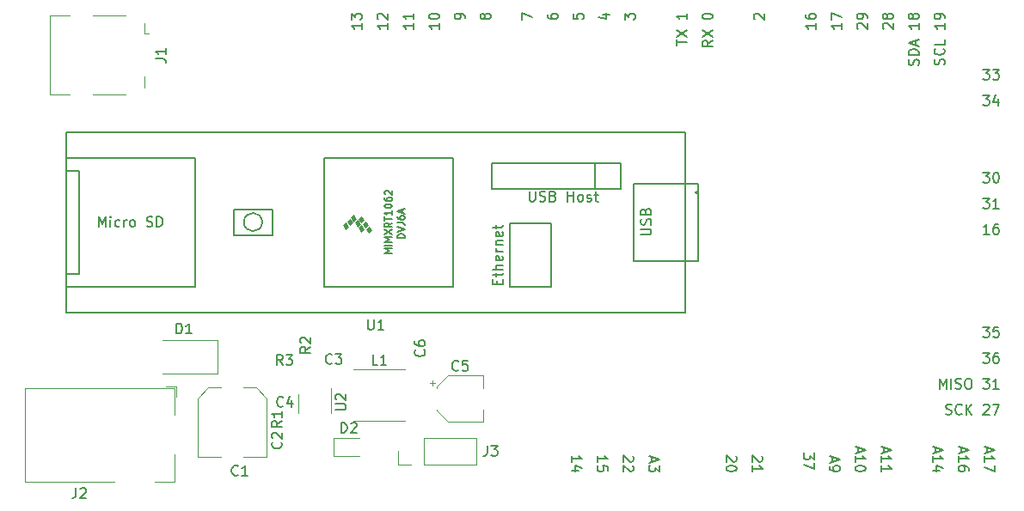
<source format=gbr>
G04 #@! TF.GenerationSoftware,KiCad,Pcbnew,(5.1.5)-3*
G04 #@! TF.CreationDate,2020-10-16T19:19:18-07:00*
G04 #@! TF.ProjectId,teensy4_ramps,7465656e-7379-4345-9f72-616d70732e6b,rev?*
G04 #@! TF.SameCoordinates,Original*
G04 #@! TF.FileFunction,Legend,Top*
G04 #@! TF.FilePolarity,Positive*
%FSLAX46Y46*%
G04 Gerber Fmt 4.6, Leading zero omitted, Abs format (unit mm)*
G04 Created by KiCad (PCBNEW (5.1.5)-3) date 2020-10-16 19:19:18*
%MOMM*%
%LPD*%
G04 APERTURE LIST*
%ADD10C,0.150000*%
%ADD11C,0.120000*%
%ADD12C,0.100000*%
G04 APERTURE END LIST*
D10*
X151693619Y-99089642D02*
X151693619Y-98518214D01*
X151693619Y-98803928D02*
X152693619Y-98803928D01*
X152550761Y-98708690D01*
X152455523Y-98613452D01*
X152407904Y-98518214D01*
X152360285Y-99946785D02*
X151693619Y-99946785D01*
X152741238Y-99708690D02*
X152026952Y-99470595D01*
X152026952Y-100089642D01*
X154233619Y-99089642D02*
X154233619Y-98518214D01*
X154233619Y-98803928D02*
X155233619Y-98803928D01*
X155090761Y-98708690D01*
X154995523Y-98613452D01*
X154947904Y-98518214D01*
X155233619Y-99994404D02*
X155233619Y-99518214D01*
X154757428Y-99470595D01*
X154805047Y-99518214D01*
X154852666Y-99613452D01*
X154852666Y-99851547D01*
X154805047Y-99946785D01*
X154757428Y-99994404D01*
X154662190Y-100042023D01*
X154424095Y-100042023D01*
X154328857Y-99994404D01*
X154281238Y-99946785D01*
X154233619Y-99851547D01*
X154233619Y-99613452D01*
X154281238Y-99518214D01*
X154328857Y-99470595D01*
X157678380Y-98518214D02*
X157726000Y-98565833D01*
X157773619Y-98661071D01*
X157773619Y-98899166D01*
X157726000Y-98994404D01*
X157678380Y-99042023D01*
X157583142Y-99089642D01*
X157487904Y-99089642D01*
X157345047Y-99042023D01*
X156773619Y-98470595D01*
X156773619Y-99089642D01*
X157678380Y-99470595D02*
X157726000Y-99518214D01*
X157773619Y-99613452D01*
X157773619Y-99851547D01*
X157726000Y-99946785D01*
X157678380Y-99994404D01*
X157583142Y-100042023D01*
X157487904Y-100042023D01*
X157345047Y-99994404D01*
X156773619Y-99422976D01*
X156773619Y-100042023D01*
X159599333Y-98613452D02*
X159599333Y-99089642D01*
X159313619Y-98518214D02*
X160313619Y-98851547D01*
X159313619Y-99184880D01*
X160313619Y-99422976D02*
X160313619Y-100042023D01*
X159932666Y-99708690D01*
X159932666Y-99851547D01*
X159885047Y-99946785D01*
X159837428Y-99994404D01*
X159742190Y-100042023D01*
X159504095Y-100042023D01*
X159408857Y-99994404D01*
X159361238Y-99946785D01*
X159313619Y-99851547D01*
X159313619Y-99565833D01*
X159361238Y-99470595D01*
X159408857Y-99422976D01*
X167838380Y-98518214D02*
X167886000Y-98565833D01*
X167933619Y-98661071D01*
X167933619Y-98899166D01*
X167886000Y-98994404D01*
X167838380Y-99042023D01*
X167743142Y-99089642D01*
X167647904Y-99089642D01*
X167505047Y-99042023D01*
X166933619Y-98470595D01*
X166933619Y-99089642D01*
X167933619Y-99708690D02*
X167933619Y-99803928D01*
X167886000Y-99899166D01*
X167838380Y-99946785D01*
X167743142Y-99994404D01*
X167552666Y-100042023D01*
X167314571Y-100042023D01*
X167124095Y-99994404D01*
X167028857Y-99946785D01*
X166981238Y-99899166D01*
X166933619Y-99803928D01*
X166933619Y-99708690D01*
X166981238Y-99613452D01*
X167028857Y-99565833D01*
X167124095Y-99518214D01*
X167314571Y-99470595D01*
X167552666Y-99470595D01*
X167743142Y-99518214D01*
X167838380Y-99565833D01*
X167886000Y-99613452D01*
X167933619Y-99708690D01*
X170378380Y-98518214D02*
X170426000Y-98565833D01*
X170473619Y-98661071D01*
X170473619Y-98899166D01*
X170426000Y-98994404D01*
X170378380Y-99042023D01*
X170283142Y-99089642D01*
X170187904Y-99089642D01*
X170045047Y-99042023D01*
X169473619Y-98470595D01*
X169473619Y-99089642D01*
X169473619Y-100042023D02*
X169473619Y-99470595D01*
X169473619Y-99756309D02*
X170473619Y-99756309D01*
X170330761Y-99661071D01*
X170235523Y-99565833D01*
X170187904Y-99470595D01*
X175553619Y-98216595D02*
X175553619Y-98835642D01*
X175172666Y-98502309D01*
X175172666Y-98645166D01*
X175125047Y-98740404D01*
X175077428Y-98788023D01*
X174982190Y-98835642D01*
X174744095Y-98835642D01*
X174648857Y-98788023D01*
X174601238Y-98740404D01*
X174553619Y-98645166D01*
X174553619Y-98359452D01*
X174601238Y-98264214D01*
X174648857Y-98216595D01*
X175553619Y-99168976D02*
X175553619Y-99835642D01*
X174553619Y-99407071D01*
X177379333Y-98613452D02*
X177379333Y-99089642D01*
X177093619Y-98518214D02*
X178093619Y-98851547D01*
X177093619Y-99184880D01*
X177093619Y-99565833D02*
X177093619Y-99756309D01*
X177141238Y-99851547D01*
X177188857Y-99899166D01*
X177331714Y-99994404D01*
X177522190Y-100042023D01*
X177903142Y-100042023D01*
X177998380Y-99994404D01*
X178046000Y-99946785D01*
X178093619Y-99851547D01*
X178093619Y-99661071D01*
X178046000Y-99565833D01*
X177998380Y-99518214D01*
X177903142Y-99470595D01*
X177665047Y-99470595D01*
X177569809Y-99518214D01*
X177522190Y-99565833D01*
X177474571Y-99661071D01*
X177474571Y-99851547D01*
X177522190Y-99946785D01*
X177569809Y-99994404D01*
X177665047Y-100042023D01*
X179919333Y-97661071D02*
X179919333Y-98137261D01*
X179633619Y-97565833D02*
X180633619Y-97899166D01*
X179633619Y-98232500D01*
X179633619Y-99089642D02*
X179633619Y-98518214D01*
X179633619Y-98803928D02*
X180633619Y-98803928D01*
X180490761Y-98708690D01*
X180395523Y-98613452D01*
X180347904Y-98518214D01*
X180633619Y-99708690D02*
X180633619Y-99803928D01*
X180586000Y-99899166D01*
X180538380Y-99946785D01*
X180443142Y-99994404D01*
X180252666Y-100042023D01*
X180014571Y-100042023D01*
X179824095Y-99994404D01*
X179728857Y-99946785D01*
X179681238Y-99899166D01*
X179633619Y-99803928D01*
X179633619Y-99708690D01*
X179681238Y-99613452D01*
X179728857Y-99565833D01*
X179824095Y-99518214D01*
X180014571Y-99470595D01*
X180252666Y-99470595D01*
X180443142Y-99518214D01*
X180538380Y-99565833D01*
X180586000Y-99613452D01*
X180633619Y-99708690D01*
X182459333Y-97661071D02*
X182459333Y-98137261D01*
X182173619Y-97565833D02*
X183173619Y-97899166D01*
X182173619Y-98232500D01*
X182173619Y-99089642D02*
X182173619Y-98518214D01*
X182173619Y-98803928D02*
X183173619Y-98803928D01*
X183030761Y-98708690D01*
X182935523Y-98613452D01*
X182887904Y-98518214D01*
X182173619Y-100042023D02*
X182173619Y-99470595D01*
X182173619Y-99756309D02*
X183173619Y-99756309D01*
X183030761Y-99661071D01*
X182935523Y-99565833D01*
X182887904Y-99470595D01*
X187539333Y-97661071D02*
X187539333Y-98137261D01*
X187253619Y-97565833D02*
X188253619Y-97899166D01*
X187253619Y-98232500D01*
X187253619Y-99089642D02*
X187253619Y-98518214D01*
X187253619Y-98803928D02*
X188253619Y-98803928D01*
X188110761Y-98708690D01*
X188015523Y-98613452D01*
X187967904Y-98518214D01*
X187920285Y-99946785D02*
X187253619Y-99946785D01*
X188301238Y-99708690D02*
X187586952Y-99470595D01*
X187586952Y-100089642D01*
X190079333Y-97661071D02*
X190079333Y-98137261D01*
X189793619Y-97565833D02*
X190793619Y-97899166D01*
X189793619Y-98232500D01*
X189793619Y-99089642D02*
X189793619Y-98518214D01*
X189793619Y-98803928D02*
X190793619Y-98803928D01*
X190650761Y-98708690D01*
X190555523Y-98613452D01*
X190507904Y-98518214D01*
X190793619Y-99946785D02*
X190793619Y-99756309D01*
X190746000Y-99661071D01*
X190698380Y-99613452D01*
X190555523Y-99518214D01*
X190365047Y-99470595D01*
X189984095Y-99470595D01*
X189888857Y-99518214D01*
X189841238Y-99565833D01*
X189793619Y-99661071D01*
X189793619Y-99851547D01*
X189841238Y-99946785D01*
X189888857Y-99994404D01*
X189984095Y-100042023D01*
X190222190Y-100042023D01*
X190317428Y-99994404D01*
X190365047Y-99946785D01*
X190412666Y-99851547D01*
X190412666Y-99661071D01*
X190365047Y-99565833D01*
X190317428Y-99518214D01*
X190222190Y-99470595D01*
X192619333Y-97661071D02*
X192619333Y-98137261D01*
X192333619Y-97565833D02*
X193333619Y-97899166D01*
X192333619Y-98232500D01*
X192333619Y-99089642D02*
X192333619Y-98518214D01*
X192333619Y-98803928D02*
X193333619Y-98803928D01*
X193190761Y-98708690D01*
X193095523Y-98613452D01*
X193047904Y-98518214D01*
X193333619Y-99422976D02*
X193333619Y-100089642D01*
X192333619Y-99661071D01*
X188529928Y-94384761D02*
X188672785Y-94432380D01*
X188910880Y-94432380D01*
X189006119Y-94384761D01*
X189053738Y-94337142D01*
X189101357Y-94241904D01*
X189101357Y-94146666D01*
X189053738Y-94051428D01*
X189006119Y-94003809D01*
X188910880Y-93956190D01*
X188720404Y-93908571D01*
X188625166Y-93860952D01*
X188577547Y-93813333D01*
X188529928Y-93718095D01*
X188529928Y-93622857D01*
X188577547Y-93527619D01*
X188625166Y-93480000D01*
X188720404Y-93432380D01*
X188958500Y-93432380D01*
X189101357Y-93480000D01*
X190101357Y-94337142D02*
X190053738Y-94384761D01*
X189910880Y-94432380D01*
X189815642Y-94432380D01*
X189672785Y-94384761D01*
X189577547Y-94289523D01*
X189529928Y-94194285D01*
X189482309Y-94003809D01*
X189482309Y-93860952D01*
X189529928Y-93670476D01*
X189577547Y-93575238D01*
X189672785Y-93480000D01*
X189815642Y-93432380D01*
X189910880Y-93432380D01*
X190053738Y-93480000D01*
X190101357Y-93527619D01*
X190529928Y-94432380D02*
X190529928Y-93432380D01*
X191101357Y-94432380D02*
X190672785Y-93860952D01*
X191101357Y-93432380D02*
X190529928Y-94003809D01*
X192244214Y-93527619D02*
X192291833Y-93480000D01*
X192387071Y-93432380D01*
X192625166Y-93432380D01*
X192720404Y-93480000D01*
X192768023Y-93527619D01*
X192815642Y-93622857D01*
X192815642Y-93718095D01*
X192768023Y-93860952D01*
X192196595Y-94432380D01*
X192815642Y-94432380D01*
X193148976Y-93432380D02*
X193815642Y-93432380D01*
X193387071Y-94432380D01*
X187910880Y-91892380D02*
X187910880Y-90892380D01*
X188244214Y-91606666D01*
X188577547Y-90892380D01*
X188577547Y-91892380D01*
X189053738Y-91892380D02*
X189053738Y-90892380D01*
X189482309Y-91844761D02*
X189625166Y-91892380D01*
X189863261Y-91892380D01*
X189958500Y-91844761D01*
X190006119Y-91797142D01*
X190053738Y-91701904D01*
X190053738Y-91606666D01*
X190006119Y-91511428D01*
X189958500Y-91463809D01*
X189863261Y-91416190D01*
X189672785Y-91368571D01*
X189577547Y-91320952D01*
X189529928Y-91273333D01*
X189482309Y-91178095D01*
X189482309Y-91082857D01*
X189529928Y-90987619D01*
X189577547Y-90940000D01*
X189672785Y-90892380D01*
X189910880Y-90892380D01*
X190053738Y-90940000D01*
X190672785Y-90892380D02*
X190863261Y-90892380D01*
X190958500Y-90940000D01*
X191053738Y-91035238D01*
X191101357Y-91225714D01*
X191101357Y-91559047D01*
X191053738Y-91749523D01*
X190958500Y-91844761D01*
X190863261Y-91892380D01*
X190672785Y-91892380D01*
X190577547Y-91844761D01*
X190482309Y-91749523D01*
X190434690Y-91559047D01*
X190434690Y-91225714D01*
X190482309Y-91035238D01*
X190577547Y-90940000D01*
X190672785Y-90892380D01*
X192196595Y-90892380D02*
X192815642Y-90892380D01*
X192482309Y-91273333D01*
X192625166Y-91273333D01*
X192720404Y-91320952D01*
X192768023Y-91368571D01*
X192815642Y-91463809D01*
X192815642Y-91701904D01*
X192768023Y-91797142D01*
X192720404Y-91844761D01*
X192625166Y-91892380D01*
X192339452Y-91892380D01*
X192244214Y-91844761D01*
X192196595Y-91797142D01*
X193768023Y-91892380D02*
X193196595Y-91892380D01*
X193482309Y-91892380D02*
X193482309Y-90892380D01*
X193387071Y-91035238D01*
X193291833Y-91130476D01*
X193196595Y-91178095D01*
X192196595Y-88352380D02*
X192815642Y-88352380D01*
X192482309Y-88733333D01*
X192625166Y-88733333D01*
X192720404Y-88780952D01*
X192768023Y-88828571D01*
X192815642Y-88923809D01*
X192815642Y-89161904D01*
X192768023Y-89257142D01*
X192720404Y-89304761D01*
X192625166Y-89352380D01*
X192339452Y-89352380D01*
X192244214Y-89304761D01*
X192196595Y-89257142D01*
X193672785Y-88352380D02*
X193482309Y-88352380D01*
X193387071Y-88400000D01*
X193339452Y-88447619D01*
X193244214Y-88590476D01*
X193196595Y-88780952D01*
X193196595Y-89161904D01*
X193244214Y-89257142D01*
X193291833Y-89304761D01*
X193387071Y-89352380D01*
X193577547Y-89352380D01*
X193672785Y-89304761D01*
X193720404Y-89257142D01*
X193768023Y-89161904D01*
X193768023Y-88923809D01*
X193720404Y-88828571D01*
X193672785Y-88780952D01*
X193577547Y-88733333D01*
X193387071Y-88733333D01*
X193291833Y-88780952D01*
X193244214Y-88828571D01*
X193196595Y-88923809D01*
X192196595Y-85812380D02*
X192815642Y-85812380D01*
X192482309Y-86193333D01*
X192625166Y-86193333D01*
X192720404Y-86240952D01*
X192768023Y-86288571D01*
X192815642Y-86383809D01*
X192815642Y-86621904D01*
X192768023Y-86717142D01*
X192720404Y-86764761D01*
X192625166Y-86812380D01*
X192339452Y-86812380D01*
X192244214Y-86764761D01*
X192196595Y-86717142D01*
X193720404Y-85812380D02*
X193244214Y-85812380D01*
X193196595Y-86288571D01*
X193244214Y-86240952D01*
X193339452Y-86193333D01*
X193577547Y-86193333D01*
X193672785Y-86240952D01*
X193720404Y-86288571D01*
X193768023Y-86383809D01*
X193768023Y-86621904D01*
X193720404Y-86717142D01*
X193672785Y-86764761D01*
X193577547Y-86812380D01*
X193339452Y-86812380D01*
X193244214Y-86764761D01*
X193196595Y-86717142D01*
X192815642Y-76652380D02*
X192244214Y-76652380D01*
X192529928Y-76652380D02*
X192529928Y-75652380D01*
X192434690Y-75795238D01*
X192339452Y-75890476D01*
X192244214Y-75938095D01*
X193672785Y-75652380D02*
X193482309Y-75652380D01*
X193387071Y-75700000D01*
X193339452Y-75747619D01*
X193244214Y-75890476D01*
X193196595Y-76080952D01*
X193196595Y-76461904D01*
X193244214Y-76557142D01*
X193291833Y-76604761D01*
X193387071Y-76652380D01*
X193577547Y-76652380D01*
X193672785Y-76604761D01*
X193720404Y-76557142D01*
X193768023Y-76461904D01*
X193768023Y-76223809D01*
X193720404Y-76128571D01*
X193672785Y-76080952D01*
X193577547Y-76033333D01*
X193387071Y-76033333D01*
X193291833Y-76080952D01*
X193244214Y-76128571D01*
X193196595Y-76223809D01*
X192196595Y-73112380D02*
X192815642Y-73112380D01*
X192482309Y-73493333D01*
X192625166Y-73493333D01*
X192720404Y-73540952D01*
X192768023Y-73588571D01*
X192815642Y-73683809D01*
X192815642Y-73921904D01*
X192768023Y-74017142D01*
X192720404Y-74064761D01*
X192625166Y-74112380D01*
X192339452Y-74112380D01*
X192244214Y-74064761D01*
X192196595Y-74017142D01*
X193768023Y-74112380D02*
X193196595Y-74112380D01*
X193482309Y-74112380D02*
X193482309Y-73112380D01*
X193387071Y-73255238D01*
X193291833Y-73350476D01*
X193196595Y-73398095D01*
X192196595Y-70572380D02*
X192815642Y-70572380D01*
X192482309Y-70953333D01*
X192625166Y-70953333D01*
X192720404Y-71000952D01*
X192768023Y-71048571D01*
X192815642Y-71143809D01*
X192815642Y-71381904D01*
X192768023Y-71477142D01*
X192720404Y-71524761D01*
X192625166Y-71572380D01*
X192339452Y-71572380D01*
X192244214Y-71524761D01*
X192196595Y-71477142D01*
X193434690Y-70572380D02*
X193529928Y-70572380D01*
X193625166Y-70620000D01*
X193672785Y-70667619D01*
X193720404Y-70762857D01*
X193768023Y-70953333D01*
X193768023Y-71191428D01*
X193720404Y-71381904D01*
X193672785Y-71477142D01*
X193625166Y-71524761D01*
X193529928Y-71572380D01*
X193434690Y-71572380D01*
X193339452Y-71524761D01*
X193291833Y-71477142D01*
X193244214Y-71381904D01*
X193196595Y-71191428D01*
X193196595Y-70953333D01*
X193244214Y-70762857D01*
X193291833Y-70667619D01*
X193339452Y-70620000D01*
X193434690Y-70572380D01*
X192196595Y-62952380D02*
X192815642Y-62952380D01*
X192482309Y-63333333D01*
X192625166Y-63333333D01*
X192720404Y-63380952D01*
X192768023Y-63428571D01*
X192815642Y-63523809D01*
X192815642Y-63761904D01*
X192768023Y-63857142D01*
X192720404Y-63904761D01*
X192625166Y-63952380D01*
X192339452Y-63952380D01*
X192244214Y-63904761D01*
X192196595Y-63857142D01*
X193672785Y-63285714D02*
X193672785Y-63952380D01*
X193434690Y-62904761D02*
X193196595Y-63619047D01*
X193815642Y-63619047D01*
X192196595Y-60412380D02*
X192815642Y-60412380D01*
X192482309Y-60793333D01*
X192625166Y-60793333D01*
X192720404Y-60840952D01*
X192768023Y-60888571D01*
X192815642Y-60983809D01*
X192815642Y-61221904D01*
X192768023Y-61317142D01*
X192720404Y-61364761D01*
X192625166Y-61412380D01*
X192339452Y-61412380D01*
X192244214Y-61364761D01*
X192196595Y-61317142D01*
X193148976Y-60412380D02*
X193768023Y-60412380D01*
X193434690Y-60793333D01*
X193577547Y-60793333D01*
X193672785Y-60840952D01*
X193720404Y-60888571D01*
X193768023Y-60983809D01*
X193768023Y-61221904D01*
X193720404Y-61317142D01*
X193672785Y-61364761D01*
X193577547Y-61412380D01*
X193291833Y-61412380D01*
X193196595Y-61364761D01*
X193148976Y-61317142D01*
X169727619Y-55469404D02*
X169680000Y-55421785D01*
X169632380Y-55326547D01*
X169632380Y-55088452D01*
X169680000Y-54993214D01*
X169727619Y-54945595D01*
X169822857Y-54897976D01*
X169918095Y-54897976D01*
X170060952Y-54945595D01*
X170632380Y-55517023D01*
X170632380Y-54897976D01*
X175712380Y-55850357D02*
X175712380Y-56421785D01*
X175712380Y-56136071D02*
X174712380Y-56136071D01*
X174855238Y-56231309D01*
X174950476Y-56326547D01*
X174998095Y-56421785D01*
X174712380Y-54993214D02*
X174712380Y-55183690D01*
X174760000Y-55278928D01*
X174807619Y-55326547D01*
X174950476Y-55421785D01*
X175140952Y-55469404D01*
X175521904Y-55469404D01*
X175617142Y-55421785D01*
X175664761Y-55374166D01*
X175712380Y-55278928D01*
X175712380Y-55088452D01*
X175664761Y-54993214D01*
X175617142Y-54945595D01*
X175521904Y-54897976D01*
X175283809Y-54897976D01*
X175188571Y-54945595D01*
X175140952Y-54993214D01*
X175093333Y-55088452D01*
X175093333Y-55278928D01*
X175140952Y-55374166D01*
X175188571Y-55421785D01*
X175283809Y-55469404D01*
X178252380Y-55850357D02*
X178252380Y-56421785D01*
X178252380Y-56136071D02*
X177252380Y-56136071D01*
X177395238Y-56231309D01*
X177490476Y-56326547D01*
X177538095Y-56421785D01*
X177252380Y-55517023D02*
X177252380Y-54850357D01*
X178252380Y-55278928D01*
X179887619Y-56421785D02*
X179840000Y-56374166D01*
X179792380Y-56278928D01*
X179792380Y-56040833D01*
X179840000Y-55945595D01*
X179887619Y-55897976D01*
X179982857Y-55850357D01*
X180078095Y-55850357D01*
X180220952Y-55897976D01*
X180792380Y-56469404D01*
X180792380Y-55850357D01*
X180792380Y-55374166D02*
X180792380Y-55183690D01*
X180744761Y-55088452D01*
X180697142Y-55040833D01*
X180554285Y-54945595D01*
X180363809Y-54897976D01*
X179982857Y-54897976D01*
X179887619Y-54945595D01*
X179840000Y-54993214D01*
X179792380Y-55088452D01*
X179792380Y-55278928D01*
X179840000Y-55374166D01*
X179887619Y-55421785D01*
X179982857Y-55469404D01*
X180220952Y-55469404D01*
X180316190Y-55421785D01*
X180363809Y-55374166D01*
X180411428Y-55278928D01*
X180411428Y-55088452D01*
X180363809Y-54993214D01*
X180316190Y-54945595D01*
X180220952Y-54897976D01*
X182427619Y-56421785D02*
X182380000Y-56374166D01*
X182332380Y-56278928D01*
X182332380Y-56040833D01*
X182380000Y-55945595D01*
X182427619Y-55897976D01*
X182522857Y-55850357D01*
X182618095Y-55850357D01*
X182760952Y-55897976D01*
X183332380Y-56469404D01*
X183332380Y-55850357D01*
X182760952Y-55278928D02*
X182713333Y-55374166D01*
X182665714Y-55421785D01*
X182570476Y-55469404D01*
X182522857Y-55469404D01*
X182427619Y-55421785D01*
X182380000Y-55374166D01*
X182332380Y-55278928D01*
X182332380Y-55088452D01*
X182380000Y-54993214D01*
X182427619Y-54945595D01*
X182522857Y-54897976D01*
X182570476Y-54897976D01*
X182665714Y-54945595D01*
X182713333Y-54993214D01*
X182760952Y-55088452D01*
X182760952Y-55278928D01*
X182808571Y-55374166D01*
X182856190Y-55421785D01*
X182951428Y-55469404D01*
X183141904Y-55469404D01*
X183237142Y-55421785D01*
X183284761Y-55374166D01*
X183332380Y-55278928D01*
X183332380Y-55088452D01*
X183284761Y-54993214D01*
X183237142Y-54945595D01*
X183141904Y-54897976D01*
X182951428Y-54897976D01*
X182856190Y-54945595D01*
X182808571Y-54993214D01*
X182760952Y-55088452D01*
X185824761Y-59993214D02*
X185872380Y-59850357D01*
X185872380Y-59612261D01*
X185824761Y-59517023D01*
X185777142Y-59469404D01*
X185681904Y-59421785D01*
X185586666Y-59421785D01*
X185491428Y-59469404D01*
X185443809Y-59517023D01*
X185396190Y-59612261D01*
X185348571Y-59802738D01*
X185300952Y-59897976D01*
X185253333Y-59945595D01*
X185158095Y-59993214D01*
X185062857Y-59993214D01*
X184967619Y-59945595D01*
X184920000Y-59897976D01*
X184872380Y-59802738D01*
X184872380Y-59564642D01*
X184920000Y-59421785D01*
X185872380Y-58993214D02*
X184872380Y-58993214D01*
X184872380Y-58755119D01*
X184920000Y-58612261D01*
X185015238Y-58517023D01*
X185110476Y-58469404D01*
X185300952Y-58421785D01*
X185443809Y-58421785D01*
X185634285Y-58469404D01*
X185729523Y-58517023D01*
X185824761Y-58612261D01*
X185872380Y-58755119D01*
X185872380Y-58993214D01*
X185586666Y-58040833D02*
X185586666Y-57564642D01*
X185872380Y-58136071D02*
X184872380Y-57802738D01*
X185872380Y-57469404D01*
X185872380Y-55850357D02*
X185872380Y-56421785D01*
X185872380Y-56136071D02*
X184872380Y-56136071D01*
X185015238Y-56231309D01*
X185110476Y-56326547D01*
X185158095Y-56421785D01*
X185300952Y-55278928D02*
X185253333Y-55374166D01*
X185205714Y-55421785D01*
X185110476Y-55469404D01*
X185062857Y-55469404D01*
X184967619Y-55421785D01*
X184920000Y-55374166D01*
X184872380Y-55278928D01*
X184872380Y-55088452D01*
X184920000Y-54993214D01*
X184967619Y-54945595D01*
X185062857Y-54897976D01*
X185110476Y-54897976D01*
X185205714Y-54945595D01*
X185253333Y-54993214D01*
X185300952Y-55088452D01*
X185300952Y-55278928D01*
X185348571Y-55374166D01*
X185396190Y-55421785D01*
X185491428Y-55469404D01*
X185681904Y-55469404D01*
X185777142Y-55421785D01*
X185824761Y-55374166D01*
X185872380Y-55278928D01*
X185872380Y-55088452D01*
X185824761Y-54993214D01*
X185777142Y-54945595D01*
X185681904Y-54897976D01*
X185491428Y-54897976D01*
X185396190Y-54945595D01*
X185348571Y-54993214D01*
X185300952Y-55088452D01*
X188364761Y-59945595D02*
X188412380Y-59802738D01*
X188412380Y-59564642D01*
X188364761Y-59469404D01*
X188317142Y-59421785D01*
X188221904Y-59374166D01*
X188126666Y-59374166D01*
X188031428Y-59421785D01*
X187983809Y-59469404D01*
X187936190Y-59564642D01*
X187888571Y-59755119D01*
X187840952Y-59850357D01*
X187793333Y-59897976D01*
X187698095Y-59945595D01*
X187602857Y-59945595D01*
X187507619Y-59897976D01*
X187460000Y-59850357D01*
X187412380Y-59755119D01*
X187412380Y-59517023D01*
X187460000Y-59374166D01*
X188317142Y-58374166D02*
X188364761Y-58421785D01*
X188412380Y-58564642D01*
X188412380Y-58659880D01*
X188364761Y-58802738D01*
X188269523Y-58897976D01*
X188174285Y-58945595D01*
X187983809Y-58993214D01*
X187840952Y-58993214D01*
X187650476Y-58945595D01*
X187555238Y-58897976D01*
X187460000Y-58802738D01*
X187412380Y-58659880D01*
X187412380Y-58564642D01*
X187460000Y-58421785D01*
X187507619Y-58374166D01*
X188412380Y-57469404D02*
X188412380Y-57945595D01*
X187412380Y-57945595D01*
X188412380Y-55850357D02*
X188412380Y-56421785D01*
X188412380Y-56136071D02*
X187412380Y-56136071D01*
X187555238Y-56231309D01*
X187650476Y-56326547D01*
X187698095Y-56421785D01*
X188412380Y-55374166D02*
X188412380Y-55183690D01*
X188364761Y-55088452D01*
X188317142Y-55040833D01*
X188174285Y-54945595D01*
X187983809Y-54897976D01*
X187602857Y-54897976D01*
X187507619Y-54945595D01*
X187460000Y-54993214D01*
X187412380Y-55088452D01*
X187412380Y-55278928D01*
X187460000Y-55374166D01*
X187507619Y-55421785D01*
X187602857Y-55469404D01*
X187840952Y-55469404D01*
X187936190Y-55421785D01*
X187983809Y-55374166D01*
X188031428Y-55278928D01*
X188031428Y-55088452D01*
X187983809Y-54993214D01*
X187936190Y-54945595D01*
X187840952Y-54897976D01*
X131008380Y-55850357D02*
X131008380Y-56421785D01*
X131008380Y-56136071D02*
X130008380Y-56136071D01*
X130151238Y-56231309D01*
X130246476Y-56326547D01*
X130294095Y-56421785D01*
X130008380Y-55517023D02*
X130008380Y-54897976D01*
X130389333Y-55231309D01*
X130389333Y-55088452D01*
X130436952Y-54993214D01*
X130484571Y-54945595D01*
X130579809Y-54897976D01*
X130817904Y-54897976D01*
X130913142Y-54945595D01*
X130960761Y-54993214D01*
X131008380Y-55088452D01*
X131008380Y-55374166D01*
X130960761Y-55469404D01*
X130913142Y-55517023D01*
X133548380Y-55850357D02*
X133548380Y-56421785D01*
X133548380Y-56136071D02*
X132548380Y-56136071D01*
X132691238Y-56231309D01*
X132786476Y-56326547D01*
X132834095Y-56421785D01*
X132643619Y-55469404D02*
X132596000Y-55421785D01*
X132548380Y-55326547D01*
X132548380Y-55088452D01*
X132596000Y-54993214D01*
X132643619Y-54945595D01*
X132738857Y-54897976D01*
X132834095Y-54897976D01*
X132976952Y-54945595D01*
X133548380Y-55517023D01*
X133548380Y-54897976D01*
X136088380Y-55850357D02*
X136088380Y-56421785D01*
X136088380Y-56136071D02*
X135088380Y-56136071D01*
X135231238Y-56231309D01*
X135326476Y-56326547D01*
X135374095Y-56421785D01*
X136088380Y-54897976D02*
X136088380Y-55469404D01*
X136088380Y-55183690D02*
X135088380Y-55183690D01*
X135231238Y-55278928D01*
X135326476Y-55374166D01*
X135374095Y-55469404D01*
X138628380Y-55850357D02*
X138628380Y-56421785D01*
X138628380Y-56136071D02*
X137628380Y-56136071D01*
X137771238Y-56231309D01*
X137866476Y-56326547D01*
X137914095Y-56421785D01*
X137628380Y-55231309D02*
X137628380Y-55136071D01*
X137676000Y-55040833D01*
X137723619Y-54993214D01*
X137818857Y-54945595D01*
X138009333Y-54897976D01*
X138247428Y-54897976D01*
X138437904Y-54945595D01*
X138533142Y-54993214D01*
X138580761Y-55040833D01*
X138628380Y-55136071D01*
X138628380Y-55231309D01*
X138580761Y-55326547D01*
X138533142Y-55374166D01*
X138437904Y-55421785D01*
X138247428Y-55469404D01*
X138009333Y-55469404D01*
X137818857Y-55421785D01*
X137723619Y-55374166D01*
X137676000Y-55326547D01*
X137628380Y-55231309D01*
X141168380Y-55374166D02*
X141168380Y-55183690D01*
X141120761Y-55088452D01*
X141073142Y-55040833D01*
X140930285Y-54945595D01*
X140739809Y-54897976D01*
X140358857Y-54897976D01*
X140263619Y-54945595D01*
X140216000Y-54993214D01*
X140168380Y-55088452D01*
X140168380Y-55278928D01*
X140216000Y-55374166D01*
X140263619Y-55421785D01*
X140358857Y-55469404D01*
X140596952Y-55469404D01*
X140692190Y-55421785D01*
X140739809Y-55374166D01*
X140787428Y-55278928D01*
X140787428Y-55088452D01*
X140739809Y-54993214D01*
X140692190Y-54945595D01*
X140596952Y-54897976D01*
X143136952Y-55278928D02*
X143089333Y-55374166D01*
X143041714Y-55421785D01*
X142946476Y-55469404D01*
X142898857Y-55469404D01*
X142803619Y-55421785D01*
X142756000Y-55374166D01*
X142708380Y-55278928D01*
X142708380Y-55088452D01*
X142756000Y-54993214D01*
X142803619Y-54945595D01*
X142898857Y-54897976D01*
X142946476Y-54897976D01*
X143041714Y-54945595D01*
X143089333Y-54993214D01*
X143136952Y-55088452D01*
X143136952Y-55278928D01*
X143184571Y-55374166D01*
X143232190Y-55421785D01*
X143327428Y-55469404D01*
X143517904Y-55469404D01*
X143613142Y-55421785D01*
X143660761Y-55374166D01*
X143708380Y-55278928D01*
X143708380Y-55088452D01*
X143660761Y-54993214D01*
X143613142Y-54945595D01*
X143517904Y-54897976D01*
X143327428Y-54897976D01*
X143232190Y-54945595D01*
X143184571Y-54993214D01*
X143136952Y-55088452D01*
X146772380Y-55517023D02*
X146772380Y-54850357D01*
X147772380Y-55278928D01*
X149312380Y-54993214D02*
X149312380Y-55183690D01*
X149360000Y-55278928D01*
X149407619Y-55326547D01*
X149550476Y-55421785D01*
X149740952Y-55469404D01*
X150121904Y-55469404D01*
X150217142Y-55421785D01*
X150264761Y-55374166D01*
X150312380Y-55278928D01*
X150312380Y-55088452D01*
X150264761Y-54993214D01*
X150217142Y-54945595D01*
X150121904Y-54897976D01*
X149883809Y-54897976D01*
X149788571Y-54945595D01*
X149740952Y-54993214D01*
X149693333Y-55088452D01*
X149693333Y-55278928D01*
X149740952Y-55374166D01*
X149788571Y-55421785D01*
X149883809Y-55469404D01*
X151852380Y-54945595D02*
X151852380Y-55421785D01*
X152328571Y-55469404D01*
X152280952Y-55421785D01*
X152233333Y-55326547D01*
X152233333Y-55088452D01*
X152280952Y-54993214D01*
X152328571Y-54945595D01*
X152423809Y-54897976D01*
X152661904Y-54897976D01*
X152757142Y-54945595D01*
X152804761Y-54993214D01*
X152852380Y-55088452D01*
X152852380Y-55326547D01*
X152804761Y-55421785D01*
X152757142Y-55469404D01*
X154725714Y-54993214D02*
X155392380Y-54993214D01*
X154344761Y-55231309D02*
X155059047Y-55469404D01*
X155059047Y-54850357D01*
X162012380Y-58040833D02*
X162012380Y-57469404D01*
X163012380Y-57755119D02*
X162012380Y-57755119D01*
X162012380Y-57231309D02*
X163012380Y-56564642D01*
X162012380Y-56564642D02*
X163012380Y-57231309D01*
X163012380Y-54897976D02*
X163012380Y-55469404D01*
X163012380Y-55183690D02*
X162012380Y-55183690D01*
X162155238Y-55278928D01*
X162250476Y-55374166D01*
X162298095Y-55469404D01*
X165552380Y-57564642D02*
X165076190Y-57897976D01*
X165552380Y-58136071D02*
X164552380Y-58136071D01*
X164552380Y-57755119D01*
X164600000Y-57659880D01*
X164647619Y-57612261D01*
X164742857Y-57564642D01*
X164885714Y-57564642D01*
X164980952Y-57612261D01*
X165028571Y-57659880D01*
X165076190Y-57755119D01*
X165076190Y-58136071D01*
X164552380Y-57231309D02*
X165552380Y-56564642D01*
X164552380Y-56564642D02*
X165552380Y-57231309D01*
X164552380Y-55231309D02*
X164552380Y-55136071D01*
X164600000Y-55040833D01*
X164647619Y-54993214D01*
X164742857Y-54945595D01*
X164933333Y-54897976D01*
X165171428Y-54897976D01*
X165361904Y-54945595D01*
X165457142Y-54993214D01*
X165504761Y-55040833D01*
X165552380Y-55136071D01*
X165552380Y-55231309D01*
X165504761Y-55326547D01*
X165457142Y-55374166D01*
X165361904Y-55421785D01*
X165171428Y-55469404D01*
X164933333Y-55469404D01*
X164742857Y-55421785D01*
X164647619Y-55374166D01*
X164600000Y-55326547D01*
X164552380Y-55231309D01*
X156932380Y-55517023D02*
X156932380Y-54897976D01*
X157313333Y-55231309D01*
X157313333Y-55088452D01*
X157360952Y-54993214D01*
X157408571Y-54945595D01*
X157503809Y-54897976D01*
X157741904Y-54897976D01*
X157837142Y-54945595D01*
X157884761Y-54993214D01*
X157932380Y-55088452D01*
X157932380Y-55374166D01*
X157884761Y-55469404D01*
X157837142Y-55517023D01*
D11*
X128236600Y-96787600D02*
X130786600Y-96787600D01*
X128236600Y-98487600D02*
X130786600Y-98487600D01*
X128236600Y-96787600D02*
X128236600Y-98487600D01*
X137956200Y-91052400D02*
X137956200Y-91552400D01*
X137706200Y-91302400D02*
X138206200Y-91302400D01*
X138446200Y-94057963D02*
X139510637Y-95122400D01*
X138446200Y-91666837D02*
X139510637Y-90602400D01*
X138446200Y-91666837D02*
X138446200Y-91802400D01*
X138446200Y-94057963D02*
X138446200Y-93922400D01*
X139510637Y-95122400D02*
X142966200Y-95122400D01*
X139510637Y-90602400D02*
X142966200Y-90602400D01*
X142966200Y-90602400D02*
X142966200Y-91802400D01*
X142966200Y-95122400D02*
X142966200Y-93922400D01*
X134560000Y-99374000D02*
X134560000Y-98044000D01*
X135890000Y-99374000D02*
X134560000Y-99374000D01*
X137160000Y-99374000D02*
X137160000Y-96714000D01*
X137160000Y-96714000D02*
X142300000Y-96714000D01*
X137160000Y-99374000D02*
X142300000Y-99374000D01*
X142300000Y-99374000D02*
X142300000Y-96714000D01*
D10*
X121217826Y-75463400D02*
G75*
G03X121217826Y-75463400I-898026J0D01*
G01*
X140004800Y-81813400D02*
X140004800Y-69113400D01*
X127304800Y-81813400D02*
X140004800Y-81813400D01*
X127304800Y-69113400D02*
X127304800Y-81813400D01*
X140004800Y-69113400D02*
X127304800Y-69113400D01*
X149634800Y-81815000D02*
X149634800Y-81565000D01*
X145634800Y-81815000D02*
X149634800Y-81815000D01*
X145634800Y-75565000D02*
X145634800Y-81815000D01*
X149634800Y-75565000D02*
X145634800Y-75565000D01*
X149634800Y-81565000D02*
X149634800Y-75565000D01*
X154025600Y-72164200D02*
X154025600Y-69624200D01*
X156565600Y-72164200D02*
X154025600Y-72164200D01*
X156565600Y-69624200D02*
X156565600Y-72164200D01*
X143865600Y-69624200D02*
X156565600Y-69624200D01*
X143865600Y-72164200D02*
X143865600Y-69624200D01*
X156565600Y-72164200D02*
X143865600Y-72164200D01*
X122224800Y-76733400D02*
X118414800Y-76733400D01*
X122224800Y-74193400D02*
X122224800Y-76733400D01*
X118414800Y-74193400D02*
X122224800Y-74193400D01*
X118414800Y-76733400D02*
X118414800Y-74193400D01*
X103174800Y-70383400D02*
X101904800Y-70383400D01*
X103174800Y-80543400D02*
X103174800Y-70383400D01*
X101904800Y-80543400D02*
X103174800Y-80543400D01*
X114604800Y-69113400D02*
X101904800Y-69113400D01*
X114604800Y-81813400D02*
X114604800Y-69113400D01*
X101904800Y-81813400D02*
X114604800Y-81813400D01*
X162864800Y-71653400D02*
X164134800Y-71653400D01*
X164134800Y-71653400D02*
X164134800Y-79273400D01*
X164134800Y-79273400D02*
X162864800Y-79273400D01*
X157784800Y-71653400D02*
X157784800Y-79273400D01*
X157784800Y-79273400D02*
X162864800Y-79273400D01*
X157784800Y-71653400D02*
X162864800Y-71653400D01*
X162864800Y-84353400D02*
X101904800Y-84353400D01*
X101904800Y-84353400D02*
X101904800Y-66573400D01*
X101904800Y-66573400D02*
X162864800Y-66573400D01*
X162864800Y-66573400D02*
X162864800Y-84353400D01*
D12*
G36*
X129949800Y-75008400D02*
G01*
X130203800Y-74754400D01*
X130457800Y-75135400D01*
X130203800Y-75389400D01*
X129949800Y-75008400D01*
G37*
X129949800Y-75008400D02*
X130203800Y-74754400D01*
X130457800Y-75135400D01*
X130203800Y-75389400D01*
X129949800Y-75008400D01*
G36*
X130330800Y-75516400D02*
G01*
X130584800Y-75262400D01*
X130838800Y-75643400D01*
X130584800Y-75897400D01*
X130330800Y-75516400D01*
G37*
X130330800Y-75516400D02*
X130584800Y-75262400D01*
X130838800Y-75643400D01*
X130584800Y-75897400D01*
X130330800Y-75516400D01*
G36*
X130711800Y-76024400D02*
G01*
X130965800Y-75770400D01*
X131219800Y-76151400D01*
X130965800Y-76405400D01*
X130711800Y-76024400D01*
G37*
X130711800Y-76024400D02*
X130965800Y-75770400D01*
X131219800Y-76151400D01*
X130965800Y-76405400D01*
X130711800Y-76024400D01*
G36*
X130711800Y-75135400D02*
G01*
X130965800Y-74881400D01*
X131219800Y-75262400D01*
X130965800Y-75516400D01*
X130711800Y-75135400D01*
G37*
X130711800Y-75135400D02*
X130965800Y-74881400D01*
X131219800Y-75262400D01*
X130965800Y-75516400D01*
X130711800Y-75135400D01*
G36*
X131092800Y-75643400D02*
G01*
X131346800Y-75389400D01*
X131600800Y-75770400D01*
X131346800Y-76024400D01*
X131092800Y-75643400D01*
G37*
X131092800Y-75643400D02*
X131346800Y-75389400D01*
X131600800Y-75770400D01*
X131346800Y-76024400D01*
X131092800Y-75643400D01*
G36*
X131473800Y-76151400D02*
G01*
X131727800Y-75897400D01*
X131981800Y-76278400D01*
X131727800Y-76532400D01*
X131473800Y-76151400D01*
G37*
X131473800Y-76151400D02*
X131727800Y-75897400D01*
X131981800Y-76278400D01*
X131727800Y-76532400D01*
X131473800Y-76151400D01*
G36*
X129568800Y-75389400D02*
G01*
X129822800Y-75135400D01*
X130076800Y-75516400D01*
X129822800Y-75770400D01*
X129568800Y-75389400D01*
G37*
X129568800Y-75389400D02*
X129822800Y-75135400D01*
X130076800Y-75516400D01*
X129822800Y-75770400D01*
X129568800Y-75389400D01*
G36*
X129187800Y-75770400D02*
G01*
X129441800Y-75516400D01*
X129695800Y-75897400D01*
X129441800Y-76151400D01*
X129187800Y-75770400D01*
G37*
X129187800Y-75770400D02*
X129441800Y-75516400D01*
X129695800Y-75897400D01*
X129441800Y-76151400D01*
X129187800Y-75770400D01*
D11*
X128025800Y-94252800D02*
X128025800Y-91802800D01*
X124805800Y-92452800D02*
X124805800Y-94252800D01*
X130212400Y-95082200D02*
X135312400Y-95082200D01*
X130212400Y-89982200D02*
X135312400Y-89982200D01*
X112564000Y-91869200D02*
X112564000Y-94469200D01*
X97864000Y-91869200D02*
X112564000Y-91869200D01*
X112564000Y-101069200D02*
X110664000Y-101069200D01*
X112564000Y-98369200D02*
X112564000Y-101069200D01*
X97864000Y-101069200D02*
X97864000Y-91869200D01*
X106664000Y-101069200D02*
X97864000Y-101069200D01*
X111714000Y-91669200D02*
X112764000Y-91669200D01*
X112764000Y-92719200D02*
X112764000Y-91669200D01*
X100338200Y-55094200D02*
X102288200Y-55094200D01*
X104508200Y-55094200D02*
X107738200Y-55094200D01*
X109658200Y-55814200D02*
X109658200Y-56894200D01*
X109658200Y-61114200D02*
X109658200Y-62194200D01*
X104508200Y-62914200D02*
X107738200Y-62914200D01*
X100338200Y-62914200D02*
X102288200Y-62914200D01*
X109658200Y-56894200D02*
X110088200Y-56894200D01*
X100338200Y-62914200D02*
X100338200Y-55094200D01*
X116829800Y-90397600D02*
X111429800Y-90397600D01*
X116829800Y-87097600D02*
X111429800Y-87097600D01*
X116829800Y-90397600D02*
X116829800Y-87097600D01*
X115916837Y-91761300D02*
X114852400Y-92825737D01*
X120607963Y-91761300D02*
X121672400Y-92825737D01*
X120607963Y-91761300D02*
X119322400Y-91761300D01*
X115916837Y-91761300D02*
X117202400Y-91761300D01*
X114852400Y-92825737D02*
X114852400Y-98581300D01*
X121672400Y-92825737D02*
X121672400Y-98581300D01*
X121672400Y-98581300D02*
X119322400Y-98581300D01*
X114852400Y-98581300D02*
X117202400Y-98581300D01*
D10*
X163981800Y-72482742D02*
X164029419Y-72530361D01*
X163981800Y-72577980D01*
X163934180Y-72530361D01*
X163981800Y-72482742D01*
X163981800Y-72577980D01*
X128998504Y-96239980D02*
X128998504Y-95239980D01*
X129236600Y-95239980D01*
X129379457Y-95287600D01*
X129474695Y-95382838D01*
X129522314Y-95478076D01*
X129569933Y-95668552D01*
X129569933Y-95811409D01*
X129522314Y-96001885D01*
X129474695Y-96097123D01*
X129379457Y-96192361D01*
X129236600Y-96239980D01*
X128998504Y-96239980D01*
X129950885Y-95335219D02*
X129998504Y-95287600D01*
X130093742Y-95239980D01*
X130331838Y-95239980D01*
X130427076Y-95287600D01*
X130474695Y-95335219D01*
X130522314Y-95430457D01*
X130522314Y-95525695D01*
X130474695Y-95668552D01*
X129903266Y-96239980D01*
X130522314Y-96239980D01*
X140539533Y-90019542D02*
X140491914Y-90067161D01*
X140349057Y-90114780D01*
X140253819Y-90114780D01*
X140110961Y-90067161D01*
X140015723Y-89971923D01*
X139968104Y-89876685D01*
X139920485Y-89686209D01*
X139920485Y-89543352D01*
X139968104Y-89352876D01*
X140015723Y-89257638D01*
X140110961Y-89162400D01*
X140253819Y-89114780D01*
X140349057Y-89114780D01*
X140491914Y-89162400D01*
X140539533Y-89210019D01*
X141444295Y-89114780D02*
X140968104Y-89114780D01*
X140920485Y-89590971D01*
X140968104Y-89543352D01*
X141063342Y-89495733D01*
X141301438Y-89495733D01*
X141396676Y-89543352D01*
X141444295Y-89590971D01*
X141491914Y-89686209D01*
X141491914Y-89924304D01*
X141444295Y-90019542D01*
X141396676Y-90067161D01*
X141301438Y-90114780D01*
X141063342Y-90114780D01*
X140968104Y-90067161D01*
X140920485Y-90019542D01*
X143398266Y-97496380D02*
X143398266Y-98210666D01*
X143350647Y-98353523D01*
X143255409Y-98448761D01*
X143112552Y-98496380D01*
X143017314Y-98496380D01*
X143779219Y-97496380D02*
X144398266Y-97496380D01*
X144064933Y-97877333D01*
X144207790Y-97877333D01*
X144303028Y-97924952D01*
X144350647Y-97972571D01*
X144398266Y-98067809D01*
X144398266Y-98305904D01*
X144350647Y-98401142D01*
X144303028Y-98448761D01*
X144207790Y-98496380D01*
X143922076Y-98496380D01*
X143826838Y-98448761D01*
X143779219Y-98401142D01*
X131622895Y-85075780D02*
X131622895Y-85885304D01*
X131670514Y-85980542D01*
X131718133Y-86028161D01*
X131813371Y-86075780D01*
X132003847Y-86075780D01*
X132099085Y-86028161D01*
X132146704Y-85980542D01*
X132194323Y-85885304D01*
X132194323Y-85075780D01*
X133194323Y-86075780D02*
X132622895Y-86075780D01*
X132908609Y-86075780D02*
X132908609Y-85075780D01*
X132813371Y-85218638D01*
X132718133Y-85313876D01*
X132622895Y-85361495D01*
X147541076Y-72426580D02*
X147541076Y-73236104D01*
X147588695Y-73331342D01*
X147636314Y-73378961D01*
X147731552Y-73426580D01*
X147922028Y-73426580D01*
X148017266Y-73378961D01*
X148064885Y-73331342D01*
X148112504Y-73236104D01*
X148112504Y-72426580D01*
X148541076Y-73378961D02*
X148683933Y-73426580D01*
X148922028Y-73426580D01*
X149017266Y-73378961D01*
X149064885Y-73331342D01*
X149112504Y-73236104D01*
X149112504Y-73140866D01*
X149064885Y-73045628D01*
X149017266Y-72998009D01*
X148922028Y-72950390D01*
X148731552Y-72902771D01*
X148636314Y-72855152D01*
X148588695Y-72807533D01*
X148541076Y-72712295D01*
X148541076Y-72617057D01*
X148588695Y-72521819D01*
X148636314Y-72474200D01*
X148731552Y-72426580D01*
X148969647Y-72426580D01*
X149112504Y-72474200D01*
X149874409Y-72902771D02*
X150017266Y-72950390D01*
X150064885Y-72998009D01*
X150112504Y-73093247D01*
X150112504Y-73236104D01*
X150064885Y-73331342D01*
X150017266Y-73378961D01*
X149922028Y-73426580D01*
X149541076Y-73426580D01*
X149541076Y-72426580D01*
X149874409Y-72426580D01*
X149969647Y-72474200D01*
X150017266Y-72521819D01*
X150064885Y-72617057D01*
X150064885Y-72712295D01*
X150017266Y-72807533D01*
X149969647Y-72855152D01*
X149874409Y-72902771D01*
X149541076Y-72902771D01*
X151302980Y-73426580D02*
X151302980Y-72426580D01*
X151302980Y-72902771D02*
X151874409Y-72902771D01*
X151874409Y-73426580D02*
X151874409Y-72426580D01*
X152493457Y-73426580D02*
X152398219Y-73378961D01*
X152350600Y-73331342D01*
X152302980Y-73236104D01*
X152302980Y-72950390D01*
X152350600Y-72855152D01*
X152398219Y-72807533D01*
X152493457Y-72759914D01*
X152636314Y-72759914D01*
X152731552Y-72807533D01*
X152779171Y-72855152D01*
X152826790Y-72950390D01*
X152826790Y-73236104D01*
X152779171Y-73331342D01*
X152731552Y-73378961D01*
X152636314Y-73426580D01*
X152493457Y-73426580D01*
X153207742Y-73378961D02*
X153302980Y-73426580D01*
X153493457Y-73426580D01*
X153588695Y-73378961D01*
X153636314Y-73283723D01*
X153636314Y-73236104D01*
X153588695Y-73140866D01*
X153493457Y-73093247D01*
X153350600Y-73093247D01*
X153255361Y-73045628D01*
X153207742Y-72950390D01*
X153207742Y-72902771D01*
X153255361Y-72807533D01*
X153350600Y-72759914D01*
X153493457Y-72759914D01*
X153588695Y-72807533D01*
X153922028Y-72759914D02*
X154302980Y-72759914D01*
X154064885Y-72426580D02*
X154064885Y-73283723D01*
X154112504Y-73378961D01*
X154207742Y-73426580D01*
X154302980Y-73426580D01*
X144378371Y-81597142D02*
X144378371Y-81263809D01*
X144902180Y-81120952D02*
X144902180Y-81597142D01*
X143902180Y-81597142D01*
X143902180Y-81120952D01*
X144235514Y-80835238D02*
X144235514Y-80454285D01*
X143902180Y-80692380D02*
X144759323Y-80692380D01*
X144854561Y-80644761D01*
X144902180Y-80549523D01*
X144902180Y-80454285D01*
X144902180Y-80120952D02*
X143902180Y-80120952D01*
X144902180Y-79692380D02*
X144378371Y-79692380D01*
X144283133Y-79740000D01*
X144235514Y-79835238D01*
X144235514Y-79978095D01*
X144283133Y-80073333D01*
X144330752Y-80120952D01*
X144854561Y-78835238D02*
X144902180Y-78930476D01*
X144902180Y-79120952D01*
X144854561Y-79216190D01*
X144759323Y-79263809D01*
X144378371Y-79263809D01*
X144283133Y-79216190D01*
X144235514Y-79120952D01*
X144235514Y-78930476D01*
X144283133Y-78835238D01*
X144378371Y-78787619D01*
X144473609Y-78787619D01*
X144568847Y-79263809D01*
X144902180Y-78359047D02*
X144235514Y-78359047D01*
X144425990Y-78359047D02*
X144330752Y-78311428D01*
X144283133Y-78263809D01*
X144235514Y-78168571D01*
X144235514Y-78073333D01*
X144235514Y-77740000D02*
X144902180Y-77740000D01*
X144330752Y-77740000D02*
X144283133Y-77692380D01*
X144235514Y-77597142D01*
X144235514Y-77454285D01*
X144283133Y-77359047D01*
X144378371Y-77311428D01*
X144902180Y-77311428D01*
X144854561Y-76454285D02*
X144902180Y-76549523D01*
X144902180Y-76740000D01*
X144854561Y-76835238D01*
X144759323Y-76882857D01*
X144378371Y-76882857D01*
X144283133Y-76835238D01*
X144235514Y-76740000D01*
X144235514Y-76549523D01*
X144283133Y-76454285D01*
X144378371Y-76406666D01*
X144473609Y-76406666D01*
X144568847Y-76882857D01*
X144235514Y-76120952D02*
X144235514Y-75740000D01*
X143902180Y-75978095D02*
X144759323Y-75978095D01*
X144854561Y-75930476D01*
X144902180Y-75835238D01*
X144902180Y-75740000D01*
X158507180Y-76725304D02*
X159316704Y-76725304D01*
X159411942Y-76677685D01*
X159459561Y-76630066D01*
X159507180Y-76534828D01*
X159507180Y-76344352D01*
X159459561Y-76249114D01*
X159411942Y-76201495D01*
X159316704Y-76153876D01*
X158507180Y-76153876D01*
X159459561Y-75725304D02*
X159507180Y-75582447D01*
X159507180Y-75344352D01*
X159459561Y-75249114D01*
X159411942Y-75201495D01*
X159316704Y-75153876D01*
X159221466Y-75153876D01*
X159126228Y-75201495D01*
X159078609Y-75249114D01*
X159030990Y-75344352D01*
X158983371Y-75534828D01*
X158935752Y-75630066D01*
X158888133Y-75677685D01*
X158792895Y-75725304D01*
X158697657Y-75725304D01*
X158602419Y-75677685D01*
X158554800Y-75630066D01*
X158507180Y-75534828D01*
X158507180Y-75296733D01*
X158554800Y-75153876D01*
X158983371Y-74391971D02*
X159030990Y-74249114D01*
X159078609Y-74201495D01*
X159173847Y-74153876D01*
X159316704Y-74153876D01*
X159411942Y-74201495D01*
X159459561Y-74249114D01*
X159507180Y-74344352D01*
X159507180Y-74725304D01*
X158507180Y-74725304D01*
X158507180Y-74391971D01*
X158554800Y-74296733D01*
X158602419Y-74249114D01*
X158697657Y-74201495D01*
X158792895Y-74201495D01*
X158888133Y-74249114D01*
X158935752Y-74296733D01*
X158983371Y-74391971D01*
X158983371Y-74725304D01*
X105135752Y-75915780D02*
X105135752Y-74915780D01*
X105469085Y-75630066D01*
X105802419Y-74915780D01*
X105802419Y-75915780D01*
X106278609Y-75915780D02*
X106278609Y-75249114D01*
X106278609Y-74915780D02*
X106230990Y-74963400D01*
X106278609Y-75011019D01*
X106326228Y-74963400D01*
X106278609Y-74915780D01*
X106278609Y-75011019D01*
X107183371Y-75868161D02*
X107088133Y-75915780D01*
X106897657Y-75915780D01*
X106802419Y-75868161D01*
X106754800Y-75820542D01*
X106707180Y-75725304D01*
X106707180Y-75439590D01*
X106754800Y-75344352D01*
X106802419Y-75296733D01*
X106897657Y-75249114D01*
X107088133Y-75249114D01*
X107183371Y-75296733D01*
X107611942Y-75915780D02*
X107611942Y-75249114D01*
X107611942Y-75439590D02*
X107659561Y-75344352D01*
X107707180Y-75296733D01*
X107802419Y-75249114D01*
X107897657Y-75249114D01*
X108373847Y-75915780D02*
X108278609Y-75868161D01*
X108230990Y-75820542D01*
X108183371Y-75725304D01*
X108183371Y-75439590D01*
X108230990Y-75344352D01*
X108278609Y-75296733D01*
X108373847Y-75249114D01*
X108516704Y-75249114D01*
X108611942Y-75296733D01*
X108659561Y-75344352D01*
X108707180Y-75439590D01*
X108707180Y-75725304D01*
X108659561Y-75820542D01*
X108611942Y-75868161D01*
X108516704Y-75915780D01*
X108373847Y-75915780D01*
X109850038Y-75868161D02*
X109992895Y-75915780D01*
X110230990Y-75915780D01*
X110326228Y-75868161D01*
X110373847Y-75820542D01*
X110421466Y-75725304D01*
X110421466Y-75630066D01*
X110373847Y-75534828D01*
X110326228Y-75487209D01*
X110230990Y-75439590D01*
X110040514Y-75391971D01*
X109945276Y-75344352D01*
X109897657Y-75296733D01*
X109850038Y-75201495D01*
X109850038Y-75106257D01*
X109897657Y-75011019D01*
X109945276Y-74963400D01*
X110040514Y-74915780D01*
X110278609Y-74915780D01*
X110421466Y-74963400D01*
X110850038Y-75915780D02*
X110850038Y-74915780D01*
X111088133Y-74915780D01*
X111230990Y-74963400D01*
X111326228Y-75058638D01*
X111373847Y-75153876D01*
X111421466Y-75344352D01*
X111421466Y-75487209D01*
X111373847Y-75677685D01*
X111326228Y-75772923D01*
X111230990Y-75868161D01*
X111088133Y-75915780D01*
X110850038Y-75915780D01*
X133971466Y-78546733D02*
X133271466Y-78546733D01*
X133771466Y-78313400D01*
X133271466Y-78080066D01*
X133971466Y-78080066D01*
X133971466Y-77746733D02*
X133271466Y-77746733D01*
X133971466Y-77413400D02*
X133271466Y-77413400D01*
X133771466Y-77180066D01*
X133271466Y-76946733D01*
X133971466Y-76946733D01*
X133271466Y-76680066D02*
X133971466Y-76213400D01*
X133271466Y-76213400D02*
X133971466Y-76680066D01*
X133971466Y-75546733D02*
X133638133Y-75780066D01*
X133971466Y-75946733D02*
X133271466Y-75946733D01*
X133271466Y-75680066D01*
X133304800Y-75613400D01*
X133338133Y-75580066D01*
X133404800Y-75546733D01*
X133504800Y-75546733D01*
X133571466Y-75580066D01*
X133604800Y-75613400D01*
X133638133Y-75680066D01*
X133638133Y-75946733D01*
X133271466Y-75346733D02*
X133271466Y-74946733D01*
X133971466Y-75146733D02*
X133271466Y-75146733D01*
X133971466Y-74346733D02*
X133971466Y-74746733D01*
X133971466Y-74546733D02*
X133271466Y-74546733D01*
X133371466Y-74613400D01*
X133438133Y-74680066D01*
X133471466Y-74746733D01*
X133271466Y-73913400D02*
X133271466Y-73846733D01*
X133304800Y-73780066D01*
X133338133Y-73746733D01*
X133404800Y-73713400D01*
X133538133Y-73680066D01*
X133704800Y-73680066D01*
X133838133Y-73713400D01*
X133904800Y-73746733D01*
X133938133Y-73780066D01*
X133971466Y-73846733D01*
X133971466Y-73913400D01*
X133938133Y-73980066D01*
X133904800Y-74013400D01*
X133838133Y-74046733D01*
X133704800Y-74080066D01*
X133538133Y-74080066D01*
X133404800Y-74046733D01*
X133338133Y-74013400D01*
X133304800Y-73980066D01*
X133271466Y-73913400D01*
X133271466Y-73080066D02*
X133271466Y-73213400D01*
X133304800Y-73280066D01*
X133338133Y-73313400D01*
X133438133Y-73380066D01*
X133571466Y-73413400D01*
X133838133Y-73413400D01*
X133904800Y-73380066D01*
X133938133Y-73346733D01*
X133971466Y-73280066D01*
X133971466Y-73146733D01*
X133938133Y-73080066D01*
X133904800Y-73046733D01*
X133838133Y-73013400D01*
X133671466Y-73013400D01*
X133604800Y-73046733D01*
X133571466Y-73080066D01*
X133538133Y-73146733D01*
X133538133Y-73280066D01*
X133571466Y-73346733D01*
X133604800Y-73380066D01*
X133671466Y-73413400D01*
X133338133Y-72746733D02*
X133304800Y-72713400D01*
X133271466Y-72646733D01*
X133271466Y-72480066D01*
X133304800Y-72413400D01*
X133338133Y-72380066D01*
X133404800Y-72346733D01*
X133471466Y-72346733D01*
X133571466Y-72380066D01*
X133971466Y-72780066D01*
X133971466Y-72346733D01*
X135241466Y-77026733D02*
X134541466Y-77026733D01*
X134541466Y-76860066D01*
X134574800Y-76760066D01*
X134641466Y-76693400D01*
X134708133Y-76660066D01*
X134841466Y-76626733D01*
X134941466Y-76626733D01*
X135074800Y-76660066D01*
X135141466Y-76693400D01*
X135208133Y-76760066D01*
X135241466Y-76860066D01*
X135241466Y-77026733D01*
X134541466Y-76426733D02*
X135241466Y-76193400D01*
X134541466Y-75960066D01*
X134541466Y-75526733D02*
X135041466Y-75526733D01*
X135141466Y-75560066D01*
X135208133Y-75626733D01*
X135241466Y-75726733D01*
X135241466Y-75793400D01*
X134541466Y-74893400D02*
X134541466Y-75026733D01*
X134574800Y-75093400D01*
X134608133Y-75126733D01*
X134708133Y-75193400D01*
X134841466Y-75226733D01*
X135108133Y-75226733D01*
X135174800Y-75193400D01*
X135208133Y-75160066D01*
X135241466Y-75093400D01*
X135241466Y-74960066D01*
X135208133Y-74893400D01*
X135174800Y-74860066D01*
X135108133Y-74826733D01*
X134941466Y-74826733D01*
X134874800Y-74860066D01*
X134841466Y-74893400D01*
X134808133Y-74960066D01*
X134808133Y-75093400D01*
X134841466Y-75160066D01*
X134874800Y-75193400D01*
X134941466Y-75226733D01*
X135041466Y-74560066D02*
X135041466Y-74226733D01*
X135241466Y-74626733D02*
X134541466Y-74393400D01*
X135241466Y-74160066D01*
X128452380Y-93961904D02*
X129261904Y-93961904D01*
X129357142Y-93914285D01*
X129404761Y-93866666D01*
X129452380Y-93771428D01*
X129452380Y-93580952D01*
X129404761Y-93485714D01*
X129357142Y-93438095D01*
X129261904Y-93390476D01*
X128452380Y-93390476D01*
X128547619Y-92961904D02*
X128500000Y-92914285D01*
X128452380Y-92819047D01*
X128452380Y-92580952D01*
X128500000Y-92485714D01*
X128547619Y-92438095D01*
X128642857Y-92390476D01*
X128738095Y-92390476D01*
X128880952Y-92438095D01*
X129452380Y-93009523D01*
X129452380Y-92390476D01*
X123233333Y-89552380D02*
X122900000Y-89076190D01*
X122661904Y-89552380D02*
X122661904Y-88552380D01*
X123042857Y-88552380D01*
X123138095Y-88600000D01*
X123185714Y-88647619D01*
X123233333Y-88742857D01*
X123233333Y-88885714D01*
X123185714Y-88980952D01*
X123138095Y-89028571D01*
X123042857Y-89076190D01*
X122661904Y-89076190D01*
X123566666Y-88552380D02*
X124185714Y-88552380D01*
X123852380Y-88933333D01*
X123995238Y-88933333D01*
X124090476Y-88980952D01*
X124138095Y-89028571D01*
X124185714Y-89123809D01*
X124185714Y-89361904D01*
X124138095Y-89457142D01*
X124090476Y-89504761D01*
X123995238Y-89552380D01*
X123709523Y-89552380D01*
X123614285Y-89504761D01*
X123566666Y-89457142D01*
X125952380Y-87766666D02*
X125476190Y-88100000D01*
X125952380Y-88338095D02*
X124952380Y-88338095D01*
X124952380Y-87957142D01*
X125000000Y-87861904D01*
X125047619Y-87814285D01*
X125142857Y-87766666D01*
X125285714Y-87766666D01*
X125380952Y-87814285D01*
X125428571Y-87861904D01*
X125476190Y-87957142D01*
X125476190Y-88338095D01*
X125047619Y-87385714D02*
X125000000Y-87338095D01*
X124952380Y-87242857D01*
X124952380Y-87004761D01*
X125000000Y-86909523D01*
X125047619Y-86861904D01*
X125142857Y-86814285D01*
X125238095Y-86814285D01*
X125380952Y-86861904D01*
X125952380Y-87433333D01*
X125952380Y-86814285D01*
X123152380Y-95066666D02*
X122676190Y-95400000D01*
X123152380Y-95638095D02*
X122152380Y-95638095D01*
X122152380Y-95257142D01*
X122200000Y-95161904D01*
X122247619Y-95114285D01*
X122342857Y-95066666D01*
X122485714Y-95066666D01*
X122580952Y-95114285D01*
X122628571Y-95161904D01*
X122676190Y-95257142D01*
X122676190Y-95638095D01*
X123152380Y-94114285D02*
X123152380Y-94685714D01*
X123152380Y-94400000D02*
X122152380Y-94400000D01*
X122295238Y-94495238D01*
X122390476Y-94590476D01*
X122438095Y-94685714D01*
X132595733Y-89534580D02*
X132119542Y-89534580D01*
X132119542Y-88534580D01*
X133452876Y-89534580D02*
X132881447Y-89534580D01*
X133167161Y-89534580D02*
X133167161Y-88534580D01*
X133071923Y-88677438D01*
X132976685Y-88772676D01*
X132881447Y-88820295D01*
X102880666Y-101671580D02*
X102880666Y-102385866D01*
X102833047Y-102528723D01*
X102737809Y-102623961D01*
X102594952Y-102671580D01*
X102499714Y-102671580D01*
X103309238Y-101766819D02*
X103356857Y-101719200D01*
X103452095Y-101671580D01*
X103690190Y-101671580D01*
X103785428Y-101719200D01*
X103833047Y-101766819D01*
X103880666Y-101862057D01*
X103880666Y-101957295D01*
X103833047Y-102100152D01*
X103261619Y-102671580D01*
X103880666Y-102671580D01*
X110700580Y-59337533D02*
X111414866Y-59337533D01*
X111557723Y-59385152D01*
X111652961Y-59480390D01*
X111700580Y-59623247D01*
X111700580Y-59718485D01*
X111700580Y-58337533D02*
X111700580Y-58908961D01*
X111700580Y-58623247D02*
X110700580Y-58623247D01*
X110843438Y-58718485D01*
X110938676Y-58813723D01*
X110986295Y-58908961D01*
X112761904Y-86452380D02*
X112761904Y-85452380D01*
X113000000Y-85452380D01*
X113142857Y-85500000D01*
X113238095Y-85595238D01*
X113285714Y-85690476D01*
X113333333Y-85880952D01*
X113333333Y-86023809D01*
X113285714Y-86214285D01*
X113238095Y-86309523D01*
X113142857Y-86404761D01*
X113000000Y-86452380D01*
X112761904Y-86452380D01*
X114285714Y-86452380D02*
X113714285Y-86452380D01*
X114000000Y-86452380D02*
X114000000Y-85452380D01*
X113904761Y-85595238D01*
X113809523Y-85690476D01*
X113714285Y-85738095D01*
X137157142Y-88066666D02*
X137204761Y-88114285D01*
X137252380Y-88257142D01*
X137252380Y-88352380D01*
X137204761Y-88495238D01*
X137109523Y-88590476D01*
X137014285Y-88638095D01*
X136823809Y-88685714D01*
X136680952Y-88685714D01*
X136490476Y-88638095D01*
X136395238Y-88590476D01*
X136300000Y-88495238D01*
X136252380Y-88352380D01*
X136252380Y-88257142D01*
X136300000Y-88114285D01*
X136347619Y-88066666D01*
X136252380Y-87209523D02*
X136252380Y-87400000D01*
X136300000Y-87495238D01*
X136347619Y-87542857D01*
X136490476Y-87638095D01*
X136680952Y-87685714D01*
X137061904Y-87685714D01*
X137157142Y-87638095D01*
X137204761Y-87590476D01*
X137252380Y-87495238D01*
X137252380Y-87304761D01*
X137204761Y-87209523D01*
X137157142Y-87161904D01*
X137061904Y-87114285D01*
X136823809Y-87114285D01*
X136728571Y-87161904D01*
X136680952Y-87209523D01*
X136633333Y-87304761D01*
X136633333Y-87495238D01*
X136680952Y-87590476D01*
X136728571Y-87638095D01*
X136823809Y-87685714D01*
X123279733Y-93576742D02*
X123232114Y-93624361D01*
X123089257Y-93671980D01*
X122994019Y-93671980D01*
X122851161Y-93624361D01*
X122755923Y-93529123D01*
X122708304Y-93433885D01*
X122660685Y-93243409D01*
X122660685Y-93100552D01*
X122708304Y-92910076D01*
X122755923Y-92814838D01*
X122851161Y-92719600D01*
X122994019Y-92671980D01*
X123089257Y-92671980D01*
X123232114Y-92719600D01*
X123279733Y-92767219D01*
X124136876Y-93005314D02*
X124136876Y-93671980D01*
X123898780Y-92624361D02*
X123660685Y-93338647D01*
X124279733Y-93338647D01*
X128100933Y-89357142D02*
X128053314Y-89404761D01*
X127910457Y-89452380D01*
X127815219Y-89452380D01*
X127672361Y-89404761D01*
X127577123Y-89309523D01*
X127529504Y-89214285D01*
X127481885Y-89023809D01*
X127481885Y-88880952D01*
X127529504Y-88690476D01*
X127577123Y-88595238D01*
X127672361Y-88500000D01*
X127815219Y-88452380D01*
X127910457Y-88452380D01*
X128053314Y-88500000D01*
X128100933Y-88547619D01*
X128434266Y-88452380D02*
X129053314Y-88452380D01*
X128719980Y-88833333D01*
X128862838Y-88833333D01*
X128958076Y-88880952D01*
X129005695Y-88928571D01*
X129053314Y-89023809D01*
X129053314Y-89261904D01*
X129005695Y-89357142D01*
X128958076Y-89404761D01*
X128862838Y-89452380D01*
X128577123Y-89452380D01*
X128481885Y-89404761D01*
X128434266Y-89357142D01*
X123057142Y-97166666D02*
X123104761Y-97214285D01*
X123152380Y-97357142D01*
X123152380Y-97452380D01*
X123104761Y-97595238D01*
X123009523Y-97690476D01*
X122914285Y-97738095D01*
X122723809Y-97785714D01*
X122580952Y-97785714D01*
X122390476Y-97738095D01*
X122295238Y-97690476D01*
X122200000Y-97595238D01*
X122152380Y-97452380D01*
X122152380Y-97357142D01*
X122200000Y-97214285D01*
X122247619Y-97166666D01*
X122247619Y-96785714D02*
X122200000Y-96738095D01*
X122152380Y-96642857D01*
X122152380Y-96404761D01*
X122200000Y-96309523D01*
X122247619Y-96261904D01*
X122342857Y-96214285D01*
X122438095Y-96214285D01*
X122580952Y-96261904D01*
X123152380Y-96833333D01*
X123152380Y-96214285D01*
X118833333Y-100357142D02*
X118785714Y-100404761D01*
X118642857Y-100452380D01*
X118547619Y-100452380D01*
X118404761Y-100404761D01*
X118309523Y-100309523D01*
X118261904Y-100214285D01*
X118214285Y-100023809D01*
X118214285Y-99880952D01*
X118261904Y-99690476D01*
X118309523Y-99595238D01*
X118404761Y-99500000D01*
X118547619Y-99452380D01*
X118642857Y-99452380D01*
X118785714Y-99500000D01*
X118833333Y-99547619D01*
X119785714Y-100452380D02*
X119214285Y-100452380D01*
X119500000Y-100452380D02*
X119500000Y-99452380D01*
X119404761Y-99595238D01*
X119309523Y-99690476D01*
X119214285Y-99738095D01*
M02*

</source>
